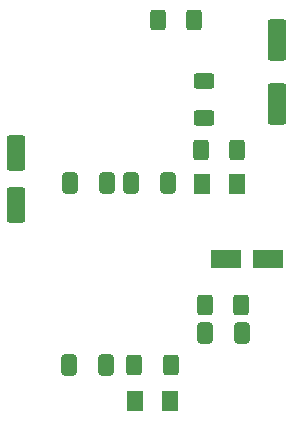
<source format=gbr>
%TF.GenerationSoftware,KiCad,Pcbnew,9.0.5*%
%TF.CreationDate,2025-11-22T01:39:54+01:00*%
%TF.ProjectId,AstableMonostable_NE555,41737461-626c-4654-9d6f-6e6f73746162,rev?*%
%TF.SameCoordinates,PX57a4860PY69925e0*%
%TF.FileFunction,Paste,Top*%
%TF.FilePolarity,Positive*%
%FSLAX46Y46*%
G04 Gerber Fmt 4.6, Leading zero omitted, Abs format (unit mm)*
G04 Created by KiCad (PCBNEW 9.0.5) date 2025-11-22 01:39:54*
%MOMM*%
%LPD*%
G01*
G04 APERTURE LIST*
G04 Aperture macros list*
%AMRoundRect*
0 Rectangle with rounded corners*
0 $1 Rounding radius*
0 $2 $3 $4 $5 $6 $7 $8 $9 X,Y pos of 4 corners*
0 Add a 4 corners polygon primitive as box body*
4,1,4,$2,$3,$4,$5,$6,$7,$8,$9,$2,$3,0*
0 Add four circle primitives for the rounded corners*
1,1,$1+$1,$2,$3*
1,1,$1+$1,$4,$5*
1,1,$1+$1,$6,$7*
1,1,$1+$1,$8,$9*
0 Add four rect primitives between the rounded corners*
20,1,$1+$1,$2,$3,$4,$5,0*
20,1,$1+$1,$4,$5,$6,$7,0*
20,1,$1+$1,$6,$7,$8,$9,0*
20,1,$1+$1,$8,$9,$2,$3,0*%
G04 Aperture macros list end*
%ADD10RoundRect,0.250000X-0.400000X-0.625000X0.400000X-0.625000X0.400000X0.625000X-0.400000X0.625000X0*%
%ADD11RoundRect,0.250000X-1.050000X-0.550000X1.050000X-0.550000X1.050000X0.550000X-1.050000X0.550000X0*%
%ADD12RoundRect,0.250000X0.412500X0.650000X-0.412500X0.650000X-0.412500X-0.650000X0.412500X-0.650000X0*%
%ADD13RoundRect,0.250000X-0.412500X-0.650000X0.412500X-0.650000X0.412500X0.650000X-0.412500X0.650000X0*%
%ADD14RoundRect,0.250001X-0.462499X-0.624999X0.462499X-0.624999X0.462499X0.624999X-0.462499X0.624999X0*%
%ADD15RoundRect,0.250000X0.550000X-1.250000X0.550000X1.250000X-0.550000X1.250000X-0.550000X-1.250000X0*%
%ADD16RoundRect,0.250000X0.550000X-1.500000X0.550000X1.500000X-0.550000X1.500000X-0.550000X-1.500000X0*%
%ADD17RoundRect,0.250000X0.625000X-0.400000X0.625000X0.400000X-0.625000X0.400000X-0.625000X-0.400000X0*%
G04 APERTURE END LIST*
D10*
%TO.C,R5*%
X23850000Y12700000D03*
X26950000Y12700000D03*
%TD*%
D11*
%TO.C,C6*%
X25600000Y16600000D03*
X29200000Y16600000D03*
%TD*%
D12*
%TO.C,C5*%
X20762500Y23000000D03*
X17637500Y23000000D03*
%TD*%
D13*
%TO.C,C7*%
X23837500Y10300000D03*
X26962500Y10300000D03*
%TD*%
D14*
%TO.C,D1*%
X23612500Y22900000D03*
X26587500Y22900000D03*
%TD*%
D10*
%TO.C,R4*%
X17850000Y7600000D03*
X20950000Y7600000D03*
%TD*%
%TO.C,R3*%
X23500000Y25800000D03*
X26600000Y25800000D03*
%TD*%
D15*
%TO.C,C1*%
X7900000Y21200000D03*
X7900000Y25600000D03*
%TD*%
D14*
%TO.C,D2*%
X17912500Y4600000D03*
X20887500Y4600000D03*
%TD*%
D13*
%TO.C,C2*%
X12437500Y23000000D03*
X15562500Y23000000D03*
%TD*%
D16*
%TO.C,C4*%
X30000000Y29700000D03*
X30000000Y35100000D03*
%TD*%
D17*
%TO.C,R2*%
X23800000Y28550000D03*
X23800000Y31650000D03*
%TD*%
D10*
%TO.C,R1*%
X19850000Y36800000D03*
X22950000Y36800000D03*
%TD*%
D13*
%TO.C,C3*%
X12337500Y7600000D03*
X15462500Y7600000D03*
%TD*%
M02*

</source>
